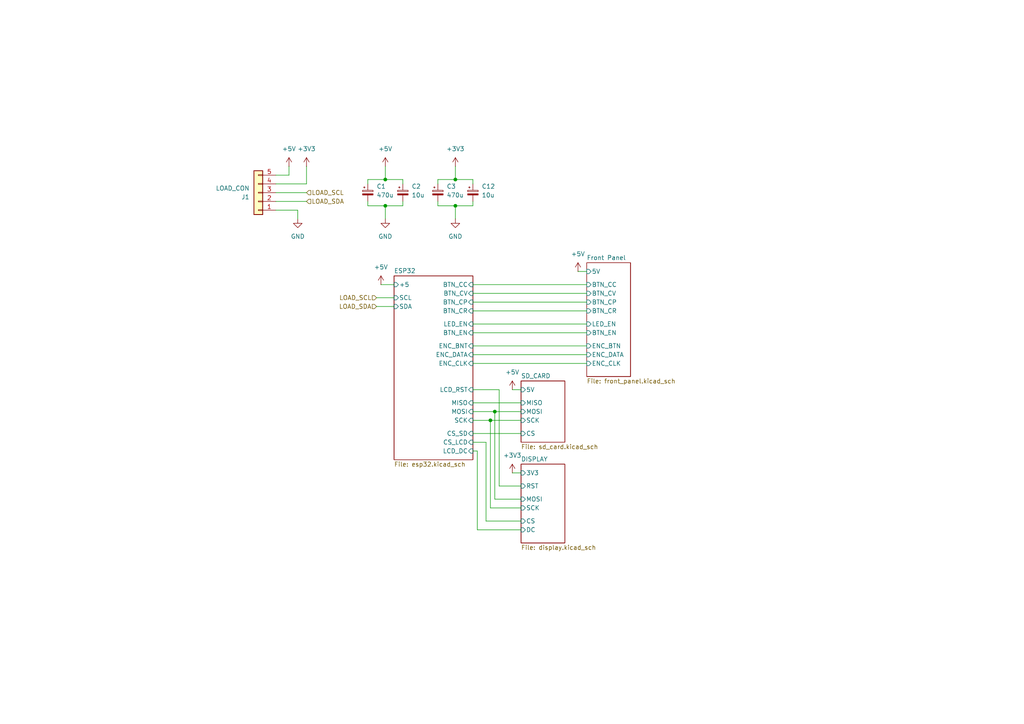
<source format=kicad_sch>
(kicad_sch (version 20231120) (generator "eeschema") (generator_version "8.0")
  (paper "A4")
  (title_block (title "Electronic Load Panel") (date "2024-10-14") (rev "0.0.1"))
  (lib_symbols
    (symbol "Connector_Generic:Conn_01x05" (pin_names (offset 1.016) hide)
      (property "Reference" "J" (at 0 7.62 0))
      (property "Value" "Conn_01x05" (at 0 -7.62 0))
      (symbol "Conn_01x05_1_1"
        (rectangle (start -1.27 -4.953) (end 0 -5.207) (stroke (width 0.1524)))
        (rectangle (start -1.27 -2.413) (end 0 -2.667) (stroke (width 0.1524)))
        (rectangle (start -1.27 0.127) (end 0 -0.127) (stroke (width 0.1524)))
        (rectangle (start -1.27 2.667) (end 0 2.413) (stroke (width 0.1524)))
        (rectangle (start -1.27 5.207) (end 0 4.953) (stroke (width 0.1524)))
        (rectangle (start -1.27 6.35) (end 1.27 -6.35) (stroke (width 0.254)) (fill (type background)))
        (pin passive line (at -5.08 5.08 0) (length 3.81) (name "Pin_1") (number "1"))
        (pin passive line (at -5.08 2.54 0) (length 3.81) (name "Pin_2") (number "2"))
        (pin passive line (at -5.08 0 0) (length 3.81) (name "Pin_3") (number "3"))
        (pin passive line (at -5.08 -2.54 0) (length 3.81) (name "Pin_4") (number "4"))
        (pin passive line (at -5.08 -5.08 0) (length 3.81) (name "Pin_5") (number "5"))
      )
    )
    (symbol "Device:C_Polarized_Small" (pin_numbers hide) (pin_names (offset 0.254) hide)
      (property "Reference" "C" (at 0.254 1.778 0))
      (property "Value" "C_Polarized_Small" (at 0.254 -2.032 0))
      (symbol "C_Polarized_Small_0_1"
        (rectangle (start -1.524 -0.3048) (end 1.524 -0.6858) (fill (type outline)))
        (rectangle (start -1.524 0.6858) (end 1.524 0.3048))
        (polyline (pts (xy -1.27 1.524) (xy -0.762 1.524)))
        (polyline (pts (xy -1.016 1.27) (xy -1.016 1.778)))
      )
      (symbol "C_Polarized_Small_1_1"
        (pin passive line (at 0 2.54 270) (length 1.8542) (name "~") (number "1"))
        (pin passive line (at 0 -2.54 90) (length 1.8542) (name "~") (number "2"))
      )
    )
    (symbol "power:+3V3" (power) (pin_numbers hide) (pin_names (offset 0) hide)
      (property "Value" "+3V3" (at 0 3.556 0))
      (symbol "+3V3_0_1"
        (polyline (pts (xy -0.762 1.27) (xy 0 2.54)))
        (polyline (pts (xy 0 0) (xy 0 2.54)))
        (polyline (pts (xy 0 2.54) (xy 0.762 1.27)))
      )
      (symbol "+3V3_1_1"
        (pin power_in line (at 0 0 90) (length 0) (name "~") (number "1"))
      )
    )
    (symbol "power:+5V" (power) (pin_numbers hide) (pin_names (offset 0) hide)
      (property "Value" "+5V" (at 0 3.556 0))
      (symbol "+5V_0_1"
        (polyline (pts (xy -0.762 1.27) (xy 0 2.54)))
        (polyline (pts (xy 0 0) (xy 0 2.54)))
        (polyline (pts (xy 0 2.54) (xy 0.762 1.27)))
      )
      (symbol "+5V_1_1"
        (pin power_in line (at 0 0 90) (length 0) (name "~") (number "1"))
      )
    )
    (symbol "power:GND" (power) (pin_numbers hide) (pin_names (offset 0) hide)
      (property "Value" "GND" (at 0 -3.81 0))
      (symbol "GND_0_1"
        (polyline (pts (xy 0 0) (xy 0 -1.27) (xy 1.27 -1.27) (xy 0 -2.54) (xy -1.27 -1.27) (xy 0 -1.27)))
      )
      (symbol "GND_1_1"
        (pin power_in line (at 0 0 270) (length 0) (name "~") (number "1"))
      )
    )
  )
  (junction (at 111.76 59.69))
  (junction (at 143.51 119.38))
  (junction (at 111.76 52.07))
  (junction (at 142.24 121.92))
  (junction (at 132.08 52.07))
  (junction (at 132.08 59.69))
  (wire (pts (xy 137.16 58.42) (xy 137.16 59.69)))
  (wire (pts (xy 106.68 58.42) (xy 106.68 59.69)))
  (wire (pts (xy 111.76 59.69) (xy 116.84 59.69)))
  (wire (pts (xy 88.9 53.34) (xy 88.9 48.26)))
  (wire (pts (xy 148.59 113.03) (xy 151.13 113.03)))
  (wire (pts (xy 143.51 119.38) (xy 151.13 119.38)))
  (wire (pts (xy 137.16 52.07) (xy 137.16 53.34)))
  (wire (pts (xy 80.01 53.34) (xy 88.9 53.34)))
  (wire (pts (xy 151.13 147.32) (xy 142.24 147.32)))
  (wire (pts (xy 137.16 130.81) (xy 138.43 130.81)))
  (wire (pts (xy 127 52.07) (xy 132.08 52.07)))
  (wire (pts (xy 137.16 87.63) (xy 170.18 87.63)))
  (wire (pts (xy 137.16 105.41) (xy 170.18 105.41)))
  (wire (pts (xy 80.01 55.88) (xy 88.9 55.88)))
  (wire (pts (xy 137.16 93.98) (xy 170.18 93.98)))
  (wire (pts (xy 109.22 88.9) (xy 114.3 88.9)))
  (wire (pts (xy 109.22 86.36) (xy 114.3 86.36)))
  (wire (pts (xy 106.68 59.69) (xy 111.76 59.69)))
  (wire (pts (xy 83.82 50.8) (xy 83.82 48.26)))
  (wire (pts (xy 127 53.34) (xy 127 52.07)))
  (wire (pts (xy 167.64 78.74) (xy 170.18 78.74)))
  (wire (pts (xy 106.68 52.07) (xy 111.76 52.07)))
  (wire (pts (xy 137.16 82.55) (xy 170.18 82.55)))
  (wire (pts (xy 137.16 121.92) (xy 142.24 121.92)))
  (wire (pts (xy 86.36 63.5) (xy 86.36 60.96)))
  (wire (pts (xy 142.24 147.32) (xy 142.24 121.92)))
  (wire (pts (xy 151.13 144.78) (xy 143.51 144.78)))
  (wire (pts (xy 127 58.42) (xy 127 59.69)))
  (wire (pts (xy 143.51 144.78) (xy 143.51 119.38)))
  (wire (pts (xy 137.16 113.03) (xy 144.78 113.03)))
  (wire (pts (xy 137.16 116.84) (xy 151.13 116.84)))
  (wire (pts (xy 132.08 59.69) (xy 137.16 59.69)))
  (wire (pts (xy 137.16 125.73) (xy 151.13 125.73)))
  (wire (pts (xy 137.16 102.87) (xy 170.18 102.87)))
  (wire (pts (xy 80.01 60.96) (xy 86.36 60.96)))
  (wire (pts (xy 116.84 52.07) (xy 116.84 53.34)))
  (wire (pts (xy 80.01 58.42) (xy 88.9 58.42)))
  (wire (pts (xy 111.76 48.26) (xy 111.76 52.07)))
  (wire (pts (xy 137.16 119.38) (xy 143.51 119.38)))
  (wire (pts (xy 144.78 113.03) (xy 144.78 140.97)))
  (wire (pts (xy 106.68 53.34) (xy 106.68 52.07)))
  (wire (pts (xy 114.3 82.55) (xy 110.49 82.55)))
  (wire (pts (xy 132.08 48.26) (xy 132.08 52.07)))
  (wire (pts (xy 140.97 151.13) (xy 140.97 128.27)))
  (wire (pts (xy 137.16 96.52) (xy 170.18 96.52)))
  (wire (pts (xy 137.16 100.33) (xy 170.18 100.33)))
  (wire (pts (xy 138.43 153.67) (xy 151.13 153.67)))
  (wire (pts (xy 140.97 128.27) (xy 137.16 128.27)))
  (wire (pts (xy 127 59.69) (xy 132.08 59.69)))
  (wire (pts (xy 151.13 151.13) (xy 140.97 151.13)))
  (wire (pts (xy 148.59 137.16) (xy 151.13 137.16)))
  (wire (pts (xy 137.16 90.17) (xy 170.18 90.17)))
  (wire (pts (xy 111.76 52.07) (xy 116.84 52.07)))
  (wire (pts (xy 132.08 52.07) (xy 137.16 52.07)))
  (wire (pts (xy 137.16 85.09) (xy 170.18 85.09)))
  (wire (pts (xy 116.84 58.42) (xy 116.84 59.69)))
  (wire (pts (xy 111.76 59.69) (xy 111.76 63.5)))
  (wire (pts (xy 132.08 59.69) (xy 132.08 63.5)))
  (wire (pts (xy 144.78 140.97) (xy 151.13 140.97)))
  (wire (pts (xy 142.24 121.92) (xy 151.13 121.92)))
  (wire (pts (xy 80.01 50.8) (xy 83.82 50.8)))
  (wire (pts (xy 138.43 130.81) (xy 138.43 153.67)))
  (hierarchical_label "LOAD_SDA" (shape input) (at 88.9 58.42 0))
  (hierarchical_label "LOAD_SDA" (shape input) (at 109.22 88.9 180))
  (hierarchical_label "LOAD_SCL" (shape input) (at 109.22 86.36 180))
  (hierarchical_label "LOAD_SCL" (shape input) (at 88.9 55.88 0))
  (symbol (lib_id "power:+3V3") (at 88.9 48.26 0) (unit 1)
    (property "Reference" "#PWR021" (effects (hide yes)))
    (property "Value" "+3V3" (at 88.9 43.18 0))
    (property "Description" "Power symbol creates a global label with name \"+3V3\"" (effects (hide yes)))
  )
  (symbol (lib_id "power:GND") (at 111.76 63.5 0) (unit 1)
    (property "Reference" "#PWR04" (effects (hide yes)))
    (property "Value" "GND" (at 111.76 68.58 0))
    (property "Description" "Power symbol creates a global label with name \"GND\" , ground" (effects (hide yes)))
  )
  (symbol (lib_id "power:+5V") (at 148.59 113.03 0) (unit 1)
    (property "Reference" "#PWR030" (effects (hide yes)))
    (property "Value" "+5V" (at 148.59 107.95 0))
    (property "Description" "Power symbol creates a global label with name \"+5V\"" (effects (hide yes)))
  )
  (symbol (lib_id "Device:C_Polarized_Small") (at 116.84 55.88 0) (unit 1)
    (property "Reference" "C2" (at 119.38 54.0638 0) (effects (justify left)))
    (property "Value" "10u" (at 119.38 56.6038 0) (effects (justify left)))
    (property "Footprint" "Capacitor_THT:CP_Radial_D5.0mm_P2.50mm" (effects (hide yes)))
    (property "Description" "Polarized capacitor, small symbol" (effects (hide yes)))
  )
  (symbol (lib_id "power:+5V") (at 111.76 48.26 0) (unit 1)
    (property "Reference" "#PWR03" (effects (hide yes)))
    (property "Value" "+5V" (at 111.76 43.18 0))
    (property "Description" "Power symbol creates a global label with name \"+5V\"" (effects (hide yes)))
  )
  (symbol (lib_id "power:+5V") (at 132.08 48.26 0) (unit 1)
    (property "Reference" "#PWR022" (effects (hide yes)))
    (property "Value" "+3V3" (at 132.08 43.18 0))
    (property "Description" "Power symbol creates a global label with name \"+5V\"" (effects (hide yes)))
  )
  (symbol (lib_id "power:+5V") (at 167.64 78.74 0) (unit 1)
    (property "Reference" "#PWR032" (effects (hide yes)))
    (property "Value" "+5V" (at 167.64 73.66 0))
    (property "Description" "Power symbol creates a global label with name \"+5V\"" (effects (hide yes)))
  )
  (symbol (lib_id "Device:C_Polarized_Small") (at 137.16 55.88 0) (unit 1)
    (property "Reference" "C12" (at 139.7 54.0638 0) (effects (justify left)))
    (property "Value" "10u" (at 139.7 56.6038 0) (effects (justify left)))
    (property "Footprint" "Capacitor_THT:CP_Radial_D5.0mm_P2.50mm" (effects (hide yes)))
    (property "Description" "Polarized capacitor, small symbol" (effects (hide yes)))
  )
  (symbol (lib_id "power:GND") (at 132.08 63.5 0) (unit 1)
    (property "Reference" "#PWR023" (effects (hide yes)))
    (property "Value" "GND" (at 132.08 68.58 0))
    (property "Description" "Power symbol creates a global label with name \"GND\" , ground" (effects (hide yes)))
  )
  (symbol (lib_id "Device:C_Polarized_Small") (at 106.68 55.88 0) (unit 1)
    (property "Reference" "C1" (at 109.22 54.0638 0) (effects (justify left)))
    (property "Value" "470u" (at 109.22 56.6038 0) (effects (justify left)))
    (property "Footprint" "Capacitor_THT:CP_Radial_D8.0mm_P5.00mm" (effects (hide yes)))
    (property "Description" "Polarized capacitor, small symbol" (effects (hide yes)))
  )
  (symbol (lib_id "power:GND") (at 86.36 63.5 0) (unit 1)
    (property "Reference" "#PWR02" (effects (hide yes)))
    (property "Value" "GND" (at 86.36 68.58 0))
    (property "Description" "Power symbol creates a global label with name \"GND\" , ground" (effects (hide yes)))
  )
  (symbol (lib_id "power:+5V") (at 83.82 48.26 0) (unit 1)
    (property "Reference" "#PWR01" (effects (hide yes)))
    (property "Value" "+5V" (at 83.82 43.18 0))
    (property "Description" "Power symbol creates a global label with name \"+5V\"" (effects (hide yes)))
  )
  (symbol (lib_id "Connector_Generic:Conn_01x05") (at 74.93 55.88 180) (unit 1)
    (property "Reference" "J1" (at 72.39 57.1501 0) (effects (justify left)))
    (property "Value" "LOAD_CON" (at 72.39 54.6101 0) (effects (justify left)))
    (property "Footprint" "Connector_PinSocket_2.54mm:PinSocket_1x05_P2.54mm_Vertical" (effects (hide yes)))
    (property "Description" "Generic connector, single row, 01x05, script generated (kicad-library-utils/schlib/autogen/connector/)" (effects (hide yes)))
  )
  (symbol (lib_id "Device:C_Polarized_Small") (at 127 55.88 0) (unit 1)
    (property "Reference" "C3" (at 129.54 54.0638 0) (effects (justify left)))
    (property "Value" "470u" (at 129.54 56.6038 0) (effects (justify left)))
    (property "Footprint" "Capacitor_THT:CP_Radial_D8.0mm_P5.00mm" (effects (hide yes)))
    (property "Description" "Polarized capacitor, small symbol" (effects (hide yes)))
  )
  (symbol (lib_id "power:+5V") (at 110.49 82.55 0) (unit 1)
    (property "Reference" "#PWR029" (effects (hide yes)))
    (property "Value" "+5V" (at 110.49 77.47 0))
    (property "Description" "Power symbol creates a global label with name \"+5V\"" (effects (hide yes)))
  )
  (symbol (lib_id "power:+5V") (at 148.59 137.16 0) (unit 1)
    (property "Reference" "#PWR031" (effects (hide yes)))
    (property "Value" "+3V3" (at 148.59 132.08 0))
    (property "Description" "Power symbol creates a global label with name \"+5V\"" (effects (hide yes)))
  )
  (sheet (at 114.3 80.01) (size 22.86 53.34) (stroke (width 0.1524))
    (property "Sheetname" "ESP32" (at 114.3 79.2984 0) (effects (justify left bottom)))
    (property "Sheetfile" "esp32.kicad_sch" (at 114.3 133.9346 0) (effects (justify left top)))
    (pin "+5" input (at 114.3 82.55 180))
    (pin "CS_LCD" input (at 137.16 128.27 0))
    (pin "SCK" input (at 137.16 121.92 0))
    (pin "SDA" input (at 114.3 88.9 180))
    (pin "SCL" input (at 114.3 86.36 180))
    (pin "LCD_RST" input (at 137.16 113.03 0))
    (pin "MOSI" input (at 137.16 119.38 0))
    (pin "MISO" input (at 137.16 116.84 0))
    (pin "CS_SD" input (at 137.16 125.73 0))
    (pin "LED_EN" input (at 137.16 93.98 0))
    (pin "BTN_EN" input (at 137.16 96.52 0))
    (pin "BTN_CR" input (at 137.16 90.17 0))
    (pin "ENC_BNT" input (at 137.16 100.33 0))
    (pin "ENC_DATA" input (at 137.16 102.87 0))
    (pin "ENC_CLK" input (at 137.16 105.41 0))
    (pin "BTN_CP" input (at 137.16 87.63 0))
    (pin "BTN_CV" input (at 137.16 85.09 0))
    (pin "BTN_CC" input (at 137.16 82.55 0))
    (pin "LCD_DC" input (at 137.16 130.81 0))
  )
  (sheet (at 151.13 110.49) (size 12.7 17.78) (stroke (width 0.1524))
    (property "Sheetname" "SD_CARD" (at 151.13 109.7784 0) (effects (justify left bottom)))
    (property "Sheetfile" "sd_card.kicad_sch" (at 151.13 128.8546 0) (effects (justify left top)))
    (pin "5V" input (at 151.13 113.03 180))
    (pin "SCK" input (at 151.13 121.92 180))
    (pin "CS" input (at 151.13 125.73 180))
    (pin "MISO" input (at 151.13 116.84 180))
    (pin "MOSI" input (at 151.13 119.38 180))
  )
  (sheet (at 151.13 134.62) (size 12.7 22.86) (stroke (width 0.1524))
    (property "Sheetname" "DISPLAY" (at 151.13 133.9084 0) (effects (justify left bottom)))
    (property "Sheetfile" "display.kicad_sch" (at 151.13 158.0646 0) (effects (justify left top)))
    (pin "SCK" input (at 151.13 147.32 180))
    (pin "MOSI" input (at 151.13 144.78 180))
    (pin "3V3" input (at 151.13 137.16 180))
    (pin "RST" input (at 151.13 140.97 180))
    (pin "CS" input (at 151.13 151.13 180))
    (pin "DC" input (at 151.13 153.67 180))
  )
  (sheet (at 170.18 76.2) (size 12.7 33.02) (stroke (width 0.1524))
    (property "Sheetname" "Front Panel" (at 170.18 75.4884 0) (effects (justify left bottom)))
    (property "Sheetfile" "front_panel.kicad_sch" (at 170.18 109.8046 0) (effects (justify left top)))
    (pin "LED_EN" input (at 170.18 93.98 180))
    (pin "ENC_CLK" input (at 170.18 105.41 180))
    (pin "ENC_DATA" input (at 170.18 102.87 180))
    (pin "ENC_BTN" input (at 170.18 100.33 180))
    (pin "5V" input (at 170.18 78.74 180))
    (pin "BTN_CR" input (at 170.18 90.17 180))
    (pin "BTN_EN" input (at 170.18 96.52 180))
    (pin "BTN_CC" input (at 170.18 82.55 180))
    (pin "BTN_CV" input (at 170.18 85.09 180))
    (pin "BTN_CP" input (at 170.18 87.63 180))
  )
)
</source>
